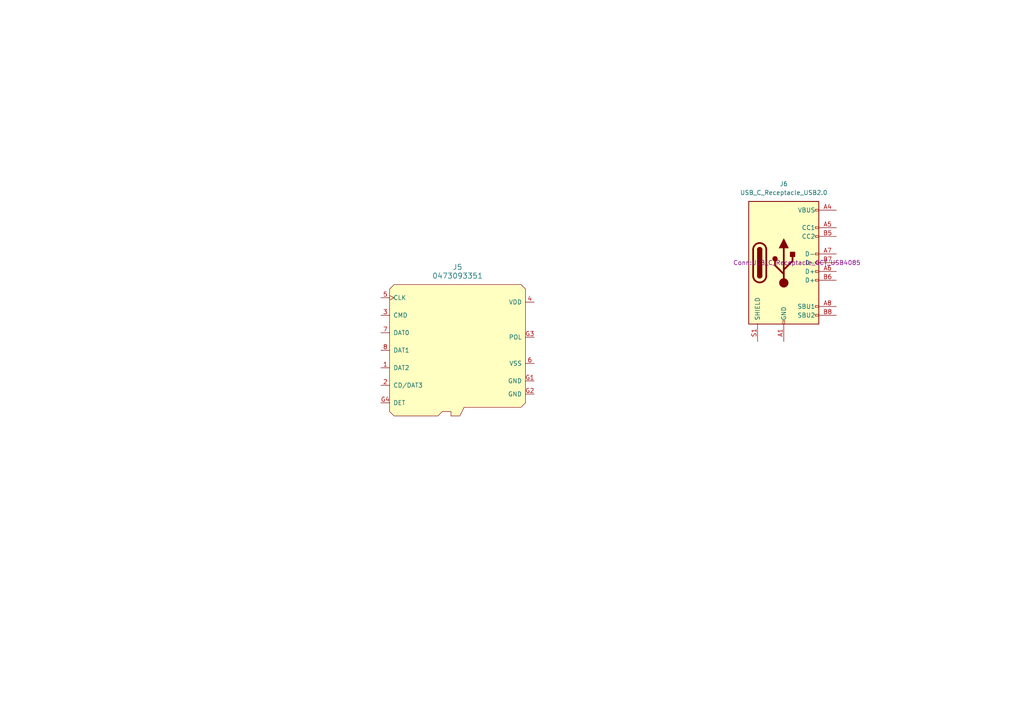
<source format=kicad_sch>
(kicad_sch (version 20230819) (generator eeschema)
  (paper "A4")
  (lib_symbols
    (symbol "Connector:USB_C_Receptacle_USB2.0" (pin_names (offset 1.016))
      (property "Reference" "J" (at -10.16 19.05 0))
      (property "Value" "USB_C_Receptacle_USB2.0" (at 19.05 19.05 0))
      (symbol "USB_C_Receptacle_USB2.0_0_0"
        (rectangle (start -0.254 -17.78) (end 0.254 -16.764))
        (rectangle (start 10.16 -14.986) (end 9.144 -15.494))
        (rectangle (start 10.16 -12.446) (end 9.144 -12.954))
        (rectangle (start 10.16 -4.826) (end 9.144 -5.334))
        (rectangle (start 10.16 -2.286) (end 9.144 -2.794))
        (rectangle (start 10.16 0.254) (end 9.144 -0.254))
        (rectangle (start 10.16 2.794) (end 9.144 2.286))
        (rectangle (start 10.16 7.874) (end 9.144 7.366))
        (rectangle (start 10.16 10.414) (end 9.144 9.906))
        (rectangle (start 10.16 15.494) (end 9.144 14.986))
      )
      (symbol "USB_C_Receptacle_USB2.0_0_1"
        (rectangle (start -10.16 17.78) (end 10.16 -17.78) (stroke (width 0.254)) (fill (type background)))
        (arc (start -8.89 -3.81) (mid -6.985 -5.7067) (end -5.08 -3.81) (stroke (width 0.508)))
        (arc (start -7.62 -3.81) (mid -6.985 -4.4423) (end -6.35 -3.81) (stroke (width 0.254)))
        (arc (start -7.62 -3.81) (mid -6.985 -4.4423) (end -6.35 -3.81) (stroke (width 0.254)) (fill (type outline)))
        (rectangle (start -7.62 -3.81) (end -6.35 3.81) (stroke (width 0.254)) (fill (type outline)))
        (arc (start -6.35 3.81) (mid -6.985 4.4423) (end -7.62 3.81) (stroke (width 0.254)))
        (arc (start -6.35 3.81) (mid -6.985 4.4423) (end -7.62 3.81) (stroke (width 0.254)) (fill (type outline)))
        (arc (start -5.08 3.81) (mid -6.985 5.7067) (end -8.89 3.81) (stroke (width 0.508)))
        (circle (center -2.54 1.143) (radius 0.635) (stroke (width 0.254)) (fill (type outline)))
        (circle (center 0 -5.842) (radius 1.27) (fill (type outline)))
        (polyline (pts (xy -8.89 -3.81) (xy -8.89 3.81)) (stroke (width 0.508)))
        (polyline (pts (xy -5.08 3.81) (xy -5.08 -3.81)) (stroke (width 0.508)))
        (polyline (pts (xy 0 -5.842) (xy 0 4.318)) (stroke (width 0.508)))
        (polyline (pts (xy 0 -3.302) (xy -2.54 -0.762) (xy -2.54 0.508)) (stroke (width 0.508)))
        (polyline (pts (xy 0 -2.032) (xy 2.54 0.508) (xy 2.54 1.778)) (stroke (width 0.508)))
        (polyline (pts (xy -1.27 4.318) (xy 0 6.858) (xy 1.27 4.318) (xy -1.27 4.318)) (stroke (width 0.254)) (fill (type outline)))
        (rectangle (start 1.905 1.778) (end 3.175 3.048) (stroke (width 0.254)) (fill (type outline)))
      )
      (symbol "USB_C_Receptacle_USB2.0_1_1"
        (pin passive line (at 0 -22.86 90) (length 5.08) (name "GND") (number "A1"))
        (pin passive line (at 0 -22.86 90) (length 5.08) hide (name "GND") (number "A12"))
        (pin passive line (at 15.24 15.24 180) (length 5.08) (name "VBUS") (number "A4"))
        (pin bidirectional line (at 15.24 10.16 180) (length 5.08) (name "CC1") (number "A5"))
        (pin bidirectional line (at 15.24 -2.54 180) (length 5.08) (name "D+") (number "A6"))
        (pin bidirectional line (at 15.24 2.54 180) (length 5.08) (name "D-") (number "A7"))
        (pin bidirectional line (at 15.24 -12.7 180) (length 5.08) (name "SBU1") (number "A8"))
        (pin passive line (at 15.24 15.24 180) (length 5.08) hide (name "VBUS") (number "A9"))
        (pin passive line (at 0 -22.86 90) (length 5.08) hide (name "GND") (number "B1"))
        (pin passive line (at 0 -22.86 90) (length 5.08) hide (name "GND") (number "B12"))
        (pin passive line (at 15.24 15.24 180) (length 5.08) hide (name "VBUS") (number "B4"))
        (pin bidirectional line (at 15.24 7.62 180) (length 5.08) (name "CC2") (number "B5"))
        (pin bidirectional line (at 15.24 -5.08 180) (length 5.08) (name "D+") (number "B6"))
        (pin bidirectional line (at 15.24 0 180) (length 5.08) (name "D-") (number "B7"))
        (pin bidirectional line (at 15.24 -15.24 180) (length 5.08) (name "SBU2") (number "B8"))
        (pin passive line (at 15.24 15.24 180) (length 5.08) hide (name "VBUS") (number "B9"))
        (pin passive line (at -7.62 -22.86 90) (length 5.08) (name "SHIELD") (number "S1"))
      )
    )
    (symbol "SD:0473093351" (pin_names (offset 1.016))
      (property "Reference" "J" (at -3.81 5.08 0))
      (property "Value" "0473093351" (at 12.7 5.08 0))
      (symbol "0473093351_0_1"
        (polyline (pts (xy -7.62 5.08) (xy -6.35 6.35) (xy 30.48 6.35) (xy 31.75 5.08) (xy 31.75 -27.94) (xy 30.48 -29.21) (xy 13.97 -29.21) (xy 12.7 -31.75) (xy 10.16 -31.75) (xy 10.16 -30.48) (xy 7.62 -30.48) (xy 6.35 -31.75) (xy -6.35 -31.75) (xy -7.62 -30.48) (xy -7.62 5.08)) (fill (type background)))
      )
      (symbol "0473093351_1_1"
        (pin bidirectional line (at -10.16 -17.78 0) (length 2.54) (name "DAT2") (number "1"))
        (pin bidirectional line (at -10.16 -22.86 0) (length 2.54) (name "CD/DAT3") (number "2"))
        (pin input line (at -10.16 -2.54 0) (length 2.54) (name "CMD") (number "3"))
        (pin bidirectional line (at 34.29 1.27 180) (length 2.54) (name "VDD") (number "4"))
        (pin input clock (at -10.16 2.54 0) (length 2.54) (name "CLK") (number "5"))
        (pin power_in line (at 34.29 -16.51 180) (length 2.54) (name "VSS") (number "6"))
        (pin bidirectional line (at -10.16 -7.62 0) (length 2.54) (name "DAT0") (number "7"))
        (pin bidirectional line (at -10.16 -12.7 0) (length 2.54) (name "DAT1") (number "8"))
        (pin power_in line (at 34.29 -21.59 180) (length 2.54) (name "GND") (number "G1"))
        (pin power_in line (at 34.29 -25.4 180) (length 2.54) (name "GND") (number "G2"))
        (pin power_in line (at 34.29 -8.89 180) (length 2.54) (name "POL") (number "G3"))
        (pin power_in line (at -10.16 -27.94 0) (length 2.54) (name "DET") (number "G4"))
      )
    )
  )
  (symbol (lib_id "Connector:USB_C_Receptacle_USB2.0") (at 227.33 76.2 0) (unit 1)
    (property "Reference" "J6" (at 227.33 53.34 0))
    (property "Value" "USB_C_Receptacle_USB2.0" (at 227.33 55.88 0))
    (property "Footprint" "Conn:USB_C_Receptacle_GCT_USB4085" (at 231.14 76.2 0))
    (property "Datasheet" "https://www.usb.org/sites/default/files/documents/usb_type-c.zip" (effects hide))
    (property "Description" "USB 2.0-only Type-C Receptacle connector" (effects hide))
  )
  (symbol (lib_id "SD:0473093351") (at 120.65 88.9 0) (unit 1)
    (property "Reference" "J5" (at 132.715 77.47 0) (effects (font (size 1.524 1.524))))
    (property "Value" "0473093351" (at 132.715 80.01 0) (effects (font (size 1.524 1.524))))
    (property "Footprint" "smd:0473093351" (effects hide))
  )
)
</source>
